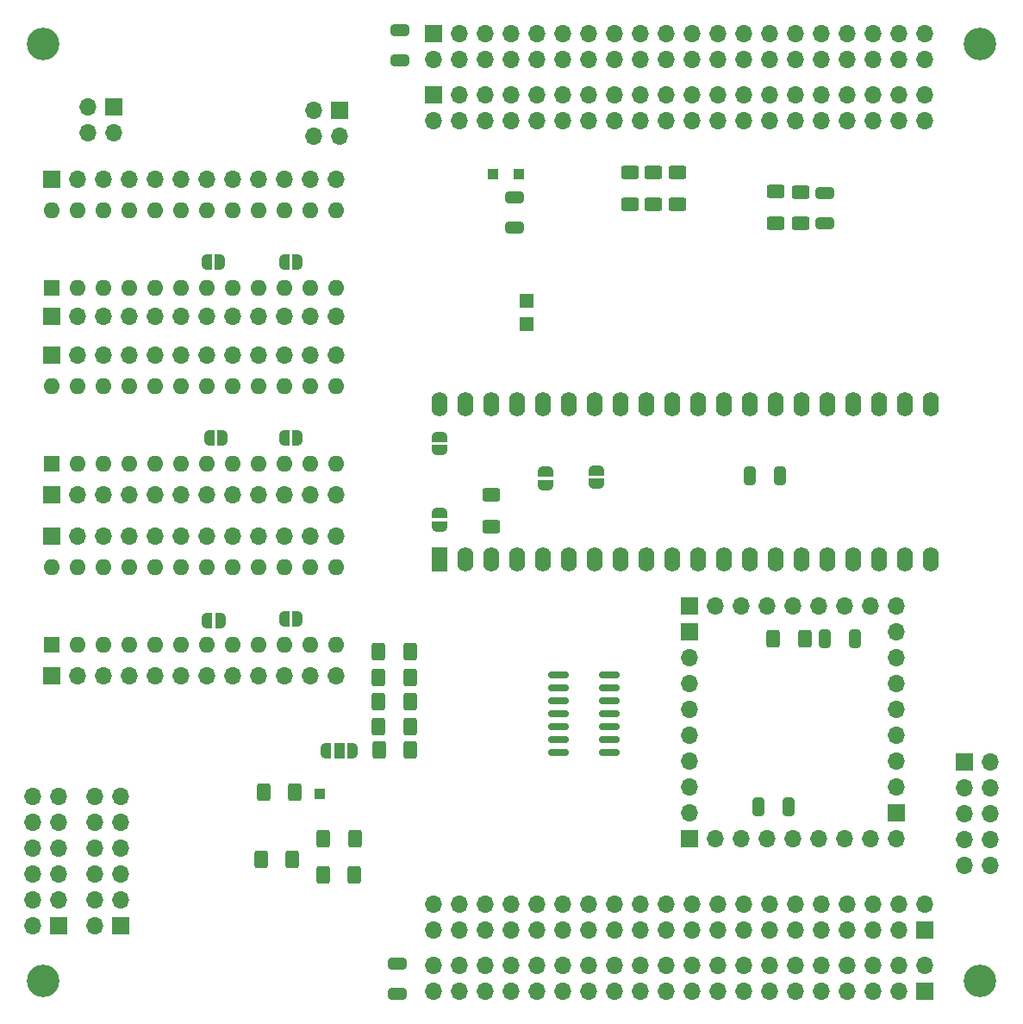
<source format=gbr>
%TF.GenerationSoftware,KiCad,Pcbnew,8.0.5-8.0.5-0~ubuntu22.04.1*%
%TF.CreationDate,2024-10-05T19:46:27+02:00*%
%TF.ProjectId,6502_6800_CPU,36353032-5f36-4383-9030-5f4350552e6b,rev?*%
%TF.SameCoordinates,Original*%
%TF.FileFunction,Soldermask,Bot*%
%TF.FilePolarity,Negative*%
%FSLAX46Y46*%
G04 Gerber Fmt 4.6, Leading zero omitted, Abs format (unit mm)*
G04 Created by KiCad (PCBNEW 8.0.5-8.0.5-0~ubuntu22.04.1) date 2024-10-05 19:46:27*
%MOMM*%
%LPD*%
G01*
G04 APERTURE LIST*
G04 Aperture macros list*
%AMRoundRect*
0 Rectangle with rounded corners*
0 $1 Rounding radius*
0 $2 $3 $4 $5 $6 $7 $8 $9 X,Y pos of 4 corners*
0 Add a 4 corners polygon primitive as box body*
4,1,4,$2,$3,$4,$5,$6,$7,$8,$9,$2,$3,0*
0 Add four circle primitives for the rounded corners*
1,1,$1+$1,$2,$3*
1,1,$1+$1,$4,$5*
1,1,$1+$1,$6,$7*
1,1,$1+$1,$8,$9*
0 Add four rect primitives between the rounded corners*
20,1,$1+$1,$2,$3,$4,$5,0*
20,1,$1+$1,$4,$5,$6,$7,0*
20,1,$1+$1,$6,$7,$8,$9,0*
20,1,$1+$1,$8,$9,$2,$3,0*%
%AMFreePoly0*
4,1,19,0.500000,-0.750000,0.000000,-0.750000,0.000000,-0.744911,-0.071157,-0.744911,-0.207708,-0.704816,-0.327430,-0.627875,-0.420627,-0.520320,-0.479746,-0.390866,-0.500000,-0.250000,-0.500000,0.250000,-0.479746,0.390866,-0.420627,0.520320,-0.327430,0.627875,-0.207708,0.704816,-0.071157,0.744911,0.000000,0.744911,0.000000,0.750000,0.500000,0.750000,0.500000,-0.750000,0.500000,-0.750000,
$1*%
%AMFreePoly1*
4,1,19,0.000000,0.744911,0.071157,0.744911,0.207708,0.704816,0.327430,0.627875,0.420627,0.520320,0.479746,0.390866,0.500000,0.250000,0.500000,-0.250000,0.479746,-0.390866,0.420627,-0.520320,0.327430,-0.627875,0.207708,-0.704816,0.071157,-0.744911,0.000000,-0.744911,0.000000,-0.750000,-0.500000,-0.750000,-0.500000,0.750000,0.000000,0.750000,0.000000,0.744911,0.000000,0.744911,
$1*%
%AMFreePoly2*
4,1,19,0.550000,-0.750000,0.000000,-0.750000,0.000000,-0.744911,-0.071157,-0.744911,-0.207708,-0.704816,-0.327430,-0.627875,-0.420627,-0.520320,-0.479746,-0.390866,-0.500000,-0.250000,-0.500000,0.250000,-0.479746,0.390866,-0.420627,0.520320,-0.327430,0.627875,-0.207708,0.704816,-0.071157,0.744911,0.000000,0.744911,0.000000,0.750000,0.550000,0.750000,0.550000,-0.750000,0.550000,-0.750000,
$1*%
%AMFreePoly3*
4,1,19,0.000000,0.744911,0.071157,0.744911,0.207708,0.704816,0.327430,0.627875,0.420627,0.520320,0.479746,0.390866,0.500000,0.250000,0.500000,-0.250000,0.479746,-0.390866,0.420627,-0.520320,0.327430,-0.627875,0.207708,-0.704816,0.071157,-0.744911,0.000000,-0.744911,0.000000,-0.750000,-0.550000,-0.750000,-0.550000,0.750000,0.000000,0.750000,0.000000,0.744911,0.000000,0.744911,
$1*%
G04 Aperture macros list end*
%ADD10R,1.700000X1.700000*%
%ADD11O,1.700000X1.700000*%
%ADD12R,1.600000X1.600000*%
%ADD13O,1.600000X1.600000*%
%ADD14R,1.000000X1.000000*%
%ADD15R,1.600000X2.400000*%
%ADD16O,1.600000X2.400000*%
%ADD17C,3.200000*%
%ADD18RoundRect,0.250000X-0.650000X0.325000X-0.650000X-0.325000X0.650000X-0.325000X0.650000X0.325000X0*%
%ADD19RoundRect,0.250000X-0.625000X0.400000X-0.625000X-0.400000X0.625000X-0.400000X0.625000X0.400000X0*%
%ADD20RoundRect,0.250000X0.625000X-0.400000X0.625000X0.400000X-0.625000X0.400000X-0.625000X-0.400000X0*%
%ADD21RoundRect,0.250000X-0.325000X-0.650000X0.325000X-0.650000X0.325000X0.650000X-0.325000X0.650000X0*%
%ADD22FreePoly0,90.000000*%
%ADD23FreePoly1,90.000000*%
%ADD24FreePoly0,270.000000*%
%ADD25FreePoly1,270.000000*%
%ADD26R,1.350000X1.350000*%
%ADD27RoundRect,0.250000X-0.400000X-0.625000X0.400000X-0.625000X0.400000X0.625000X-0.400000X0.625000X0*%
%ADD28RoundRect,0.250000X0.400000X0.625000X-0.400000X0.625000X-0.400000X-0.625000X0.400000X-0.625000X0*%
%ADD29FreePoly0,180.000000*%
%ADD30FreePoly1,180.000000*%
%ADD31RoundRect,0.250000X0.325000X0.650000X-0.325000X0.650000X-0.325000X-0.650000X0.325000X-0.650000X0*%
%ADD32RoundRect,0.250000X0.650000X-0.325000X0.650000X0.325000X-0.650000X0.325000X-0.650000X-0.325000X0*%
%ADD33FreePoly2,180.000000*%
%ADD34R,1.000000X1.500000*%
%ADD35FreePoly3,180.000000*%
%ADD36RoundRect,0.150000X0.825000X0.150000X-0.825000X0.150000X-0.825000X-0.150000X0.825000X-0.150000X0*%
G04 APERTURE END LIST*
D10*
%TO.C,J30*%
X60960000Y-60198000D03*
D11*
X58420000Y-60198000D03*
X60960000Y-62738000D03*
X58420000Y-62738000D03*
%TD*%
D12*
%TO.C,J17*%
X54864000Y-113030000D03*
D13*
X57404000Y-113030000D03*
X59944000Y-113030000D03*
X62484000Y-113030000D03*
X65024000Y-113030000D03*
X67564000Y-113030000D03*
X70104000Y-113030000D03*
X72644000Y-113030000D03*
X75184000Y-113030000D03*
X77724000Y-113030000D03*
X80264000Y-113030000D03*
X82804000Y-113030000D03*
X82804000Y-105410000D03*
X80264000Y-105410000D03*
X77724000Y-105410000D03*
X75184000Y-105410000D03*
X72644000Y-105410000D03*
X70104000Y-105410000D03*
X67564000Y-105410000D03*
X65024000Y-105410000D03*
X62484000Y-105410000D03*
X59944000Y-105410000D03*
X57404000Y-105410000D03*
X54864000Y-105410000D03*
%TD*%
D10*
%TO.C,J1*%
X92367000Y-53000000D03*
D11*
X92367000Y-55540000D03*
X94907000Y-53000000D03*
X94907000Y-55540000D03*
X97447000Y-53000000D03*
X97447000Y-55540000D03*
X99987000Y-53000000D03*
X99987000Y-55540000D03*
X102527000Y-53000000D03*
X102527000Y-55540000D03*
X105067000Y-53000000D03*
X105067000Y-55540000D03*
X107607000Y-53000000D03*
X107607000Y-55540000D03*
X110147000Y-53000000D03*
X110147000Y-55540000D03*
X112687000Y-53000000D03*
X112687000Y-55540000D03*
X115227000Y-53000000D03*
X115227000Y-55540000D03*
X117767000Y-53000000D03*
X117767000Y-55540000D03*
X120307000Y-53000000D03*
X120307000Y-55540000D03*
X122847000Y-53000000D03*
X122847000Y-55540000D03*
X125387000Y-53000000D03*
X125387000Y-55540000D03*
X127927000Y-53000000D03*
X127927000Y-55540000D03*
X130467000Y-53000000D03*
X130467000Y-55540000D03*
X133007000Y-53000000D03*
X133007000Y-55540000D03*
X135547000Y-53000000D03*
X135547000Y-55540000D03*
X138087000Y-53000000D03*
X138087000Y-55540000D03*
X140627000Y-53000000D03*
X140627000Y-55540000D03*
%TD*%
D10*
%TO.C,J16*%
X54864000Y-116078000D03*
D11*
X57404000Y-116078000D03*
X59944000Y-116078000D03*
X62484000Y-116078000D03*
X65024000Y-116078000D03*
X67564000Y-116078000D03*
X70104000Y-116078000D03*
X72644000Y-116078000D03*
X75184000Y-116078000D03*
X77724000Y-116078000D03*
X80264000Y-116078000D03*
X82804000Y-116078000D03*
%TD*%
D10*
%TO.C,J4*%
X140627000Y-141000000D03*
D11*
X140627000Y-138460000D03*
X138087000Y-141000000D03*
X138087000Y-138460000D03*
X135547000Y-141000000D03*
X135547000Y-138460000D03*
X133007000Y-141000000D03*
X133007000Y-138460000D03*
X130467000Y-141000000D03*
X130467000Y-138460000D03*
X127927000Y-141000000D03*
X127927000Y-138460000D03*
X125387000Y-141000000D03*
X125387000Y-138460000D03*
X122847000Y-141000000D03*
X122847000Y-138460000D03*
X120307000Y-141000000D03*
X120307000Y-138460000D03*
X117767000Y-141000000D03*
X117767000Y-138460000D03*
X115227000Y-141000000D03*
X115227000Y-138460000D03*
X112687000Y-141000000D03*
X112687000Y-138460000D03*
X110147000Y-141000000D03*
X110147000Y-138460000D03*
X107607000Y-141000000D03*
X107607000Y-138460000D03*
X105067000Y-141000000D03*
X105067000Y-138460000D03*
X102527000Y-141000000D03*
X102527000Y-138460000D03*
X99987000Y-141000000D03*
X99987000Y-138460000D03*
X97447000Y-141000000D03*
X97447000Y-138460000D03*
X94907000Y-141000000D03*
X94907000Y-138460000D03*
X92367000Y-141000000D03*
X92367000Y-138460000D03*
%TD*%
D10*
%TO.C,J31*%
X83078000Y-60472000D03*
D11*
X80538000Y-60472000D03*
X83078000Y-63012000D03*
X80538000Y-63012000D03*
%TD*%
D10*
%TO.C,J19*%
X137795000Y-129540000D03*
D11*
X137795000Y-127000000D03*
X137795000Y-124460000D03*
X137795000Y-121920000D03*
X137795000Y-119380000D03*
X137795000Y-116840000D03*
X137795000Y-114300000D03*
X137795000Y-111760000D03*
%TD*%
D10*
%TO.C,J20*%
X117475000Y-111760000D03*
D11*
X117475000Y-114300000D03*
X117475000Y-116840000D03*
X117475000Y-119380000D03*
X117475000Y-121920000D03*
X117475000Y-124460000D03*
X117475000Y-127000000D03*
X117475000Y-129540000D03*
%TD*%
D10*
%TO.C,J10*%
X54864000Y-98298000D03*
D11*
X57404000Y-98298000D03*
X59944000Y-98298000D03*
X62484000Y-98298000D03*
X65024000Y-98298000D03*
X67564000Y-98298000D03*
X70104000Y-98298000D03*
X72644000Y-98298000D03*
X75184000Y-98298000D03*
X77724000Y-98298000D03*
X80264000Y-98298000D03*
X82804000Y-98298000D03*
%TD*%
D10*
%TO.C,J29*%
X54864000Y-80772000D03*
D11*
X57404000Y-80772000D03*
X59944000Y-80772000D03*
X62484000Y-80772000D03*
X65024000Y-80772000D03*
X67564000Y-80772000D03*
X70104000Y-80772000D03*
X72644000Y-80772000D03*
X75184000Y-80772000D03*
X77724000Y-80772000D03*
X80264000Y-80772000D03*
X82804000Y-80772000D03*
%TD*%
D10*
%TO.C,J22*%
X144460000Y-124500000D03*
D11*
X147000000Y-124500000D03*
X144460000Y-127040000D03*
X147000000Y-127040000D03*
X144460000Y-129580000D03*
X147000000Y-129580000D03*
X144460000Y-132120000D03*
X147000000Y-132120000D03*
X144460000Y-134660000D03*
X147000000Y-134660000D03*
%TD*%
D10*
%TO.C,J14*%
X54864000Y-67310000D03*
D11*
X57404000Y-67310000D03*
X59944000Y-67310000D03*
X62484000Y-67310000D03*
X65024000Y-67310000D03*
X67564000Y-67310000D03*
X70104000Y-67310000D03*
X72644000Y-67310000D03*
X75184000Y-67310000D03*
X77724000Y-67310000D03*
X80264000Y-67310000D03*
X82804000Y-67310000D03*
%TD*%
D14*
%TO.C,J12*%
X100752001Y-66802000D03*
%TD*%
D10*
%TO.C,J23*%
X54864000Y-102362000D03*
D11*
X57404000Y-102362000D03*
X59944000Y-102362000D03*
X62484000Y-102362000D03*
X65024000Y-102362000D03*
X67564000Y-102362000D03*
X70104000Y-102362000D03*
X72644000Y-102362000D03*
X75184000Y-102362000D03*
X77724000Y-102362000D03*
X80264000Y-102362000D03*
X82804000Y-102362000D03*
%TD*%
D10*
%TO.C,J2*%
X140627000Y-147000000D03*
D11*
X140627000Y-144460000D03*
X138087000Y-147000000D03*
X138087000Y-144460000D03*
X135547000Y-147000000D03*
X135547000Y-144460000D03*
X133007000Y-147000000D03*
X133007000Y-144460000D03*
X130467000Y-147000000D03*
X130467000Y-144460000D03*
X127927000Y-147000000D03*
X127927000Y-144460000D03*
X125387000Y-147000000D03*
X125387000Y-144460000D03*
X122847000Y-147000000D03*
X122847000Y-144460000D03*
X120307000Y-147000000D03*
X120307000Y-144460000D03*
X117767000Y-147000000D03*
X117767000Y-144460000D03*
X115227000Y-147000000D03*
X115227000Y-144460000D03*
X112687000Y-147000000D03*
X112687000Y-144460000D03*
X110147000Y-147000000D03*
X110147000Y-144460000D03*
X107607000Y-147000000D03*
X107607000Y-144460000D03*
X105067000Y-147000000D03*
X105067000Y-144460000D03*
X102527000Y-147000000D03*
X102527000Y-144460000D03*
X99987000Y-147000000D03*
X99987000Y-144460000D03*
X97447000Y-147000000D03*
X97447000Y-144460000D03*
X94907000Y-147000000D03*
X94907000Y-144460000D03*
X92367000Y-147000000D03*
X92367000Y-144460000D03*
%TD*%
D10*
%TO.C,J7*%
X55540000Y-140627000D03*
D11*
X53000000Y-140627000D03*
X55540000Y-138087000D03*
X53000000Y-138087000D03*
X55540000Y-135547000D03*
X53000000Y-135547000D03*
X55540000Y-133007000D03*
X53000000Y-133007000D03*
X55540000Y-130467000D03*
X53000000Y-130467000D03*
X55540000Y-127927000D03*
X53000000Y-127927000D03*
%TD*%
D10*
%TO.C,J18*%
X117475000Y-109220000D03*
D11*
X120015000Y-109220000D03*
X122555000Y-109220000D03*
X125095000Y-109220000D03*
X127635000Y-109220000D03*
X130175000Y-109220000D03*
X132715000Y-109220000D03*
X135255000Y-109220000D03*
X137795000Y-109220000D03*
%TD*%
D15*
%TO.C,U7*%
X92964000Y-104648000D03*
D16*
X95504000Y-104648000D03*
X98044000Y-104648000D03*
X100584000Y-104648000D03*
X103124000Y-104648000D03*
X105664000Y-104648000D03*
X108204000Y-104648000D03*
X110744000Y-104648000D03*
X113284000Y-104648000D03*
X115824000Y-104648000D03*
X118364000Y-104648000D03*
X120904000Y-104648000D03*
X123444000Y-104648000D03*
X125984000Y-104648000D03*
X128524000Y-104648000D03*
X131064000Y-104648000D03*
X133604000Y-104648000D03*
X136144000Y-104648000D03*
X138684000Y-104648000D03*
X141224000Y-104648000D03*
X141224000Y-89408000D03*
X138684000Y-89408000D03*
X136144000Y-89408000D03*
X133604000Y-89408000D03*
X131064000Y-89408000D03*
X128524000Y-89408000D03*
X125984000Y-89408000D03*
X123444000Y-89408000D03*
X120904000Y-89408000D03*
X118364000Y-89408000D03*
X115824000Y-89408000D03*
X113284000Y-89408000D03*
X110744000Y-89408000D03*
X108204000Y-89408000D03*
X105664000Y-89408000D03*
X103124000Y-89408000D03*
X100584000Y-89408000D03*
X98044000Y-89408000D03*
X95504000Y-89408000D03*
X92964000Y-89408000D03*
%TD*%
D17*
%TO.C,H3*%
X146000000Y-54000000D03*
%TD*%
D14*
%TO.C,J5*%
X81153000Y-127635000D03*
%TD*%
D10*
%TO.C,J21*%
X117475000Y-132080000D03*
D11*
X120015000Y-132080000D03*
X122555000Y-132080000D03*
X125095000Y-132080000D03*
X127635000Y-132080000D03*
X130175000Y-132080000D03*
X132715000Y-132080000D03*
X135255000Y-132080000D03*
X137795000Y-132080000D03*
%TD*%
D14*
%TO.C,J11*%
X98212001Y-66802000D03*
%TD*%
D12*
%TO.C,J35*%
X54859000Y-77922000D03*
D13*
X57399000Y-77922000D03*
X59939000Y-77922000D03*
X62479000Y-77922000D03*
X65019000Y-77922000D03*
X67559000Y-77922000D03*
X70099000Y-77922000D03*
X72639000Y-77922000D03*
X75179000Y-77922000D03*
X77719000Y-77922000D03*
X80259000Y-77922000D03*
X82799000Y-77922000D03*
X82799000Y-70302000D03*
X80259000Y-70302000D03*
X77719000Y-70302000D03*
X75179000Y-70302000D03*
X72639000Y-70302000D03*
X70099000Y-70302000D03*
X67559000Y-70302000D03*
X65019000Y-70302000D03*
X62479000Y-70302000D03*
X59939000Y-70302000D03*
X57399000Y-70302000D03*
X54859000Y-70302000D03*
%TD*%
D10*
%TO.C,J15*%
X54864000Y-84582000D03*
D11*
X57404000Y-84582000D03*
X59944000Y-84582000D03*
X62484000Y-84582000D03*
X65024000Y-84582000D03*
X67564000Y-84582000D03*
X70104000Y-84582000D03*
X72644000Y-84582000D03*
X75184000Y-84582000D03*
X77724000Y-84582000D03*
X80264000Y-84582000D03*
X82804000Y-84582000D03*
%TD*%
D10*
%TO.C,J3*%
X92367000Y-59000000D03*
D11*
X92367000Y-61540000D03*
X94907000Y-59000000D03*
X94907000Y-61540000D03*
X97447000Y-59000000D03*
X97447000Y-61540000D03*
X99987000Y-59000000D03*
X99987000Y-61540000D03*
X102527000Y-59000000D03*
X102527000Y-61540000D03*
X105067000Y-59000000D03*
X105067000Y-61540000D03*
X107607000Y-59000000D03*
X107607000Y-61540000D03*
X110147000Y-59000000D03*
X110147000Y-61540000D03*
X112687000Y-59000000D03*
X112687000Y-61540000D03*
X115227000Y-59000000D03*
X115227000Y-61540000D03*
X117767000Y-59000000D03*
X117767000Y-61540000D03*
X120307000Y-59000000D03*
X120307000Y-61540000D03*
X122847000Y-59000000D03*
X122847000Y-61540000D03*
X125387000Y-59000000D03*
X125387000Y-61540000D03*
X127927000Y-59000000D03*
X127927000Y-61540000D03*
X130467000Y-59000000D03*
X130467000Y-61540000D03*
X133007000Y-59000000D03*
X133007000Y-61540000D03*
X135547000Y-59000000D03*
X135547000Y-61540000D03*
X138087000Y-59000000D03*
X138087000Y-61540000D03*
X140627000Y-59000000D03*
X140627000Y-61540000D03*
%TD*%
D10*
%TO.C,J6*%
X61595000Y-140589000D03*
D11*
X59055000Y-140589000D03*
X61595000Y-138049000D03*
X59055000Y-138049000D03*
X61595000Y-135509000D03*
X59055000Y-135509000D03*
X61595000Y-132969000D03*
X59055000Y-132969000D03*
X61595000Y-130429000D03*
X59055000Y-130429000D03*
X61595000Y-127889000D03*
X59055000Y-127889000D03*
%TD*%
D12*
%TO.C,J13*%
X54864000Y-95250000D03*
D13*
X57404000Y-95250000D03*
X59944000Y-95250000D03*
X62484000Y-95250000D03*
X65024000Y-95250000D03*
X67564000Y-95250000D03*
X70104000Y-95250000D03*
X72644000Y-95250000D03*
X75184000Y-95250000D03*
X77724000Y-95250000D03*
X80264000Y-95250000D03*
X82804000Y-95250000D03*
X82804000Y-87630000D03*
X80264000Y-87630000D03*
X77724000Y-87630000D03*
X75184000Y-87630000D03*
X72644000Y-87630000D03*
X70104000Y-87630000D03*
X67564000Y-87630000D03*
X65024000Y-87630000D03*
X62484000Y-87630000D03*
X59944000Y-87630000D03*
X57404000Y-87630000D03*
X54864000Y-87630000D03*
%TD*%
D17*
%TO.C,H1*%
X54000000Y-54000000D03*
%TD*%
%TO.C,H2*%
X54000000Y-146000000D03*
%TD*%
%TO.C,H4*%
X146000000Y-146000000D03*
%TD*%
D18*
%TO.C,C2*%
X88800000Y-144300000D03*
X88800000Y-147250000D03*
%TD*%
D19*
%TO.C,R6*%
X98044000Y-98272000D03*
X98044000Y-101372000D03*
%TD*%
D20*
%TO.C,R5*%
X111633000Y-69723000D03*
X111633000Y-66623000D03*
%TD*%
D21*
%TO.C,C6*%
X123415000Y-96393000D03*
X126365000Y-96393000D03*
%TD*%
D22*
%TO.C,JP3*%
X92964000Y-93883000D03*
D23*
X92964000Y-92583000D03*
%TD*%
D24*
%TO.C,JP6*%
X92964000Y-100076000D03*
D25*
X92964000Y-101376000D03*
%TD*%
D26*
%TO.C,J8*%
X101473000Y-81534000D03*
%TD*%
D20*
%TO.C,R4*%
X116332000Y-69723000D03*
X116332000Y-66623000D03*
%TD*%
D27*
%TO.C,R7*%
X86943000Y-121031000D03*
X90043000Y-121031000D03*
%TD*%
D28*
%TO.C,R13*%
X84582000Y-135636000D03*
X81482000Y-135636000D03*
%TD*%
D29*
%TO.C,JP7*%
X71628000Y-92710000D03*
D30*
X70328000Y-92710000D03*
%TD*%
D27*
%TO.C,R10*%
X86943000Y-113665000D03*
X90043000Y-113665000D03*
%TD*%
D18*
%TO.C,C5*%
X100330000Y-69088000D03*
X100330000Y-72038000D03*
%TD*%
D29*
%TO.C,JP11*%
X71374000Y-75438000D03*
D30*
X70074000Y-75438000D03*
%TD*%
D26*
%TO.C,J9*%
X101473000Y-79248000D03*
%TD*%
D22*
%TO.C,JP1*%
X103378000Y-97297000D03*
D23*
X103378000Y-95997000D03*
%TD*%
D29*
%TO.C,JP13*%
X71404000Y-110650000D03*
D30*
X70104000Y-110650000D03*
%TD*%
D29*
%TO.C,JP15*%
X78994000Y-110490000D03*
D30*
X77694000Y-110490000D03*
%TD*%
D27*
%TO.C,R8*%
X86943000Y-118618000D03*
X90043000Y-118618000D03*
%TD*%
D28*
%TO.C,R14*%
X84634000Y-132080000D03*
X81534000Y-132080000D03*
%TD*%
D24*
%TO.C,JP2*%
X108331000Y-95855000D03*
D25*
X108331000Y-97155000D03*
%TD*%
D28*
%TO.C,R12*%
X128830000Y-112395000D03*
X125730000Y-112395000D03*
%TD*%
D21*
%TO.C,C9*%
X130810000Y-112395000D03*
X133760000Y-112395000D03*
%TD*%
D27*
%TO.C,R9*%
X86943000Y-116205000D03*
X90043000Y-116205000D03*
%TD*%
D29*
%TO.C,JP10*%
X78994000Y-92710000D03*
D30*
X77694000Y-92710000D03*
%TD*%
D31*
%TO.C,C10*%
X127205000Y-128905000D03*
X124255000Y-128905000D03*
%TD*%
D27*
%TO.C,R11*%
X86969000Y-123317000D03*
X90069000Y-123317000D03*
%TD*%
D32*
%TO.C,C1*%
X89000000Y-55600000D03*
X89000000Y-52650000D03*
%TD*%
D33*
%TO.C,JP14*%
X84388000Y-123444000D03*
D34*
X83088000Y-123444000D03*
D35*
X81788000Y-123444000D03*
%TD*%
D29*
%TO.C,JP12*%
X78994000Y-75438000D03*
D30*
X77694000Y-75438000D03*
%TD*%
D28*
%TO.C,R15*%
X78486000Y-134112000D03*
X75386000Y-134112000D03*
%TD*%
D20*
%TO.C,R3*%
X113919000Y-69723000D03*
X113919000Y-66623000D03*
%TD*%
D19*
%TO.C,R1*%
X125984000Y-68453000D03*
X125984000Y-71553000D03*
%TD*%
%TO.C,R2*%
X128397000Y-68528000D03*
X128397000Y-71628000D03*
%TD*%
D36*
%TO.C,U6*%
X109598000Y-115951000D03*
X109598000Y-117221000D03*
X109598000Y-118491000D03*
X109598000Y-119761000D03*
X109598000Y-121031000D03*
X109598000Y-122301000D03*
X109598000Y-123571000D03*
X104648000Y-123571000D03*
X104648000Y-122301000D03*
X104648000Y-121031000D03*
X104648000Y-119761000D03*
X104648000Y-118491000D03*
X104648000Y-117221000D03*
X104648000Y-115951000D03*
%TD*%
D18*
%TO.C,C4*%
X130810000Y-68629000D03*
X130810000Y-71579000D03*
%TD*%
D28*
%TO.C,R16*%
X78740000Y-127508000D03*
X75640000Y-127508000D03*
%TD*%
M02*

</source>
